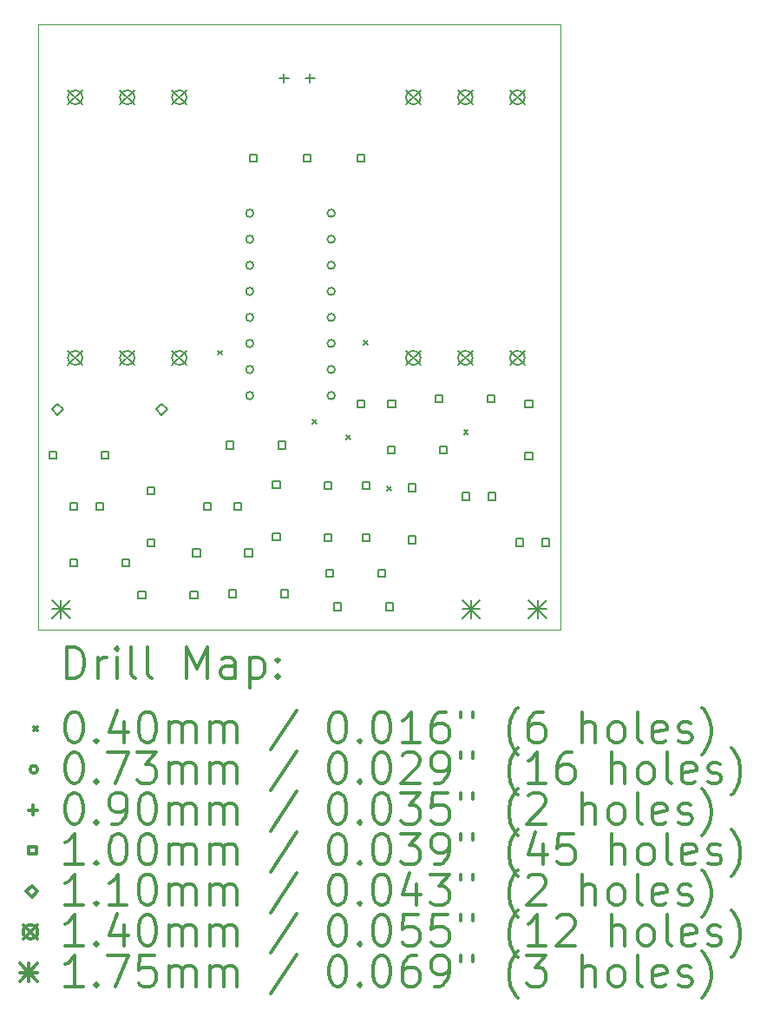
<source format=gbr>
%FSLAX45Y45*%
G04 Gerber Fmt 4.5, Leading zero omitted, Abs format (unit mm)*
G04 Created by KiCad (PCBNEW (5.1.6)-1) date 2021-04-19 00:02:52*
%MOMM*%
%LPD*%
G01*
G04 APERTURE LIST*
%TA.AperFunction,Profile*%
%ADD10C,0.100000*%
%TD*%
%ADD11C,0.200000*%
%ADD12C,0.300000*%
G04 APERTURE END LIST*
D10*
X7400000Y-4500000D02*
X7400000Y-10400000D01*
X2300000Y-4500000D02*
X7400000Y-4500000D01*
X2300000Y-10400000D02*
X2300000Y-4500000D01*
X7400000Y-10400000D02*
X2300000Y-10400000D01*
D11*
X4055000Y-7680000D02*
X4095000Y-7720000D01*
X4095000Y-7680000D02*
X4055000Y-7720000D01*
X4980000Y-8355000D02*
X5020000Y-8395000D01*
X5020000Y-8355000D02*
X4980000Y-8395000D01*
X5305000Y-8505000D02*
X5345000Y-8545000D01*
X5345000Y-8505000D02*
X5305000Y-8545000D01*
X5480000Y-7580000D02*
X5520000Y-7620000D01*
X5520000Y-7580000D02*
X5480000Y-7620000D01*
X5705000Y-9005000D02*
X5745000Y-9045000D01*
X5745000Y-9005000D02*
X5705000Y-9045000D01*
X6455000Y-8455000D02*
X6495000Y-8495000D01*
X6495000Y-8455000D02*
X6455000Y-8495000D01*
X4402500Y-6340000D02*
G75*
G03*
X4402500Y-6340000I-36500J0D01*
G01*
X4402500Y-6594000D02*
G75*
G03*
X4402500Y-6594000I-36500J0D01*
G01*
X4402500Y-6848000D02*
G75*
G03*
X4402500Y-6848000I-36500J0D01*
G01*
X4402500Y-7102000D02*
G75*
G03*
X4402500Y-7102000I-36500J0D01*
G01*
X4402500Y-7356000D02*
G75*
G03*
X4402500Y-7356000I-36500J0D01*
G01*
X4402500Y-7610000D02*
G75*
G03*
X4402500Y-7610000I-36500J0D01*
G01*
X4402500Y-7864000D02*
G75*
G03*
X4402500Y-7864000I-36500J0D01*
G01*
X4402500Y-8118000D02*
G75*
G03*
X4402500Y-8118000I-36500J0D01*
G01*
X5196500Y-6340000D02*
G75*
G03*
X5196500Y-6340000I-36500J0D01*
G01*
X5196500Y-6594000D02*
G75*
G03*
X5196500Y-6594000I-36500J0D01*
G01*
X5196500Y-6848000D02*
G75*
G03*
X5196500Y-6848000I-36500J0D01*
G01*
X5196500Y-7102000D02*
G75*
G03*
X5196500Y-7102000I-36500J0D01*
G01*
X5196500Y-7356000D02*
G75*
G03*
X5196500Y-7356000I-36500J0D01*
G01*
X5196500Y-7610000D02*
G75*
G03*
X5196500Y-7610000I-36500J0D01*
G01*
X5196500Y-7864000D02*
G75*
G03*
X5196500Y-7864000I-36500J0D01*
G01*
X5196500Y-8118000D02*
G75*
G03*
X5196500Y-8118000I-36500J0D01*
G01*
X4700000Y-4980000D02*
X4700000Y-5070000D01*
X4655000Y-5025000D02*
X4745000Y-5025000D01*
X4954000Y-4980000D02*
X4954000Y-5070000D01*
X4909000Y-5025000D02*
X4999000Y-5025000D01*
X5535356Y-9031356D02*
X5535356Y-8960644D01*
X5464644Y-8960644D01*
X5464644Y-9031356D01*
X5535356Y-9031356D01*
X5535356Y-9539356D02*
X5535356Y-9468644D01*
X5464644Y-9468644D01*
X5464644Y-9539356D01*
X5535356Y-9539356D01*
X5985356Y-9052356D02*
X5985356Y-8981644D01*
X5914644Y-8981644D01*
X5914644Y-9052356D01*
X5985356Y-9052356D01*
X5985356Y-9560356D02*
X5985356Y-9489644D01*
X5914644Y-9489644D01*
X5914644Y-9560356D01*
X5985356Y-9560356D01*
X4435356Y-5835356D02*
X4435356Y-5764644D01*
X4364644Y-5764644D01*
X4364644Y-5835356D01*
X4435356Y-5835356D01*
X3435356Y-9081356D02*
X3435356Y-9010644D01*
X3364644Y-9010644D01*
X3364644Y-9081356D01*
X3435356Y-9081356D01*
X3435356Y-9589356D02*
X3435356Y-9518644D01*
X3364644Y-9518644D01*
X3364644Y-9589356D01*
X3435356Y-9589356D01*
X4231356Y-10085356D02*
X4231356Y-10014644D01*
X4160644Y-10014644D01*
X4160644Y-10085356D01*
X4231356Y-10085356D01*
X4739356Y-10085356D02*
X4739356Y-10014644D01*
X4668644Y-10014644D01*
X4668644Y-10085356D01*
X4739356Y-10085356D01*
X2683356Y-9235356D02*
X2683356Y-9164644D01*
X2612644Y-9164644D01*
X2612644Y-9235356D01*
X2683356Y-9235356D01*
X2937356Y-9235356D02*
X2937356Y-9164644D01*
X2866644Y-9164644D01*
X2866644Y-9235356D01*
X2937356Y-9235356D01*
X5181356Y-9885356D02*
X5181356Y-9814644D01*
X5110644Y-9814644D01*
X5110644Y-9885356D01*
X5181356Y-9885356D01*
X5689356Y-9885356D02*
X5689356Y-9814644D01*
X5618644Y-9814644D01*
X5618644Y-9885356D01*
X5689356Y-9885356D01*
X3347356Y-10095356D02*
X3347356Y-10024644D01*
X3276644Y-10024644D01*
X3276644Y-10095356D01*
X3347356Y-10095356D01*
X3855356Y-10095356D02*
X3855356Y-10024644D01*
X3784644Y-10024644D01*
X3784644Y-10095356D01*
X3855356Y-10095356D01*
X6508356Y-9135356D02*
X6508356Y-9064644D01*
X6437644Y-9064644D01*
X6437644Y-9135356D01*
X6508356Y-9135356D01*
X6762356Y-9135356D02*
X6762356Y-9064644D01*
X6691644Y-9064644D01*
X6691644Y-9135356D01*
X6762356Y-9135356D01*
X7033356Y-9585356D02*
X7033356Y-9514644D01*
X6962644Y-9514644D01*
X6962644Y-9585356D01*
X7033356Y-9585356D01*
X7287356Y-9585356D02*
X7287356Y-9514644D01*
X7216644Y-9514644D01*
X7216644Y-9585356D01*
X7287356Y-9585356D01*
X5256356Y-10210356D02*
X5256356Y-10139644D01*
X5185644Y-10139644D01*
X5185644Y-10210356D01*
X5256356Y-10210356D01*
X5764356Y-10210356D02*
X5764356Y-10139644D01*
X5693644Y-10139644D01*
X5693644Y-10210356D01*
X5764356Y-10210356D01*
X5165356Y-9031356D02*
X5165356Y-8960644D01*
X5094644Y-8960644D01*
X5094644Y-9031356D01*
X5165356Y-9031356D01*
X5165356Y-9539356D02*
X5165356Y-9468644D01*
X5094644Y-9468644D01*
X5094644Y-9539356D01*
X5165356Y-9539356D01*
X3881356Y-9685356D02*
X3881356Y-9614644D01*
X3810644Y-9614644D01*
X3810644Y-9685356D01*
X3881356Y-9685356D01*
X4389356Y-9685356D02*
X4389356Y-9614644D01*
X4318644Y-9614644D01*
X4318644Y-9685356D01*
X4389356Y-9685356D01*
X7125356Y-8235356D02*
X7125356Y-8164644D01*
X7054644Y-8164644D01*
X7054644Y-8235356D01*
X7125356Y-8235356D01*
X7125356Y-8743356D02*
X7125356Y-8672644D01*
X7054644Y-8672644D01*
X7054644Y-8743356D01*
X7125356Y-8743356D01*
X4206356Y-8635356D02*
X4206356Y-8564644D01*
X4135644Y-8564644D01*
X4135644Y-8635356D01*
X4206356Y-8635356D01*
X4714356Y-8635356D02*
X4714356Y-8564644D01*
X4643644Y-8564644D01*
X4643644Y-8635356D01*
X4714356Y-8635356D01*
X4660356Y-9021356D02*
X4660356Y-8950644D01*
X4589644Y-8950644D01*
X4589644Y-9021356D01*
X4660356Y-9021356D01*
X4660356Y-9529356D02*
X4660356Y-9458644D01*
X4589644Y-9458644D01*
X4589644Y-9529356D01*
X4660356Y-9529356D01*
X5781356Y-8685356D02*
X5781356Y-8614644D01*
X5710644Y-8614644D01*
X5710644Y-8685356D01*
X5781356Y-8685356D01*
X6289356Y-8685356D02*
X6289356Y-8614644D01*
X6218644Y-8614644D01*
X6218644Y-8685356D01*
X6289356Y-8685356D01*
X3985356Y-9235356D02*
X3985356Y-9164644D01*
X3914644Y-9164644D01*
X3914644Y-9235356D01*
X3985356Y-9235356D01*
X4285356Y-9235356D02*
X4285356Y-9164644D01*
X4214644Y-9164644D01*
X4214644Y-9235356D01*
X4285356Y-9235356D01*
X4960356Y-5835356D02*
X4960356Y-5764644D01*
X4889644Y-5764644D01*
X4889644Y-5835356D01*
X4960356Y-5835356D01*
X2681356Y-9785356D02*
X2681356Y-9714644D01*
X2610644Y-9714644D01*
X2610644Y-9785356D01*
X2681356Y-9785356D01*
X3189356Y-9785356D02*
X3189356Y-9714644D01*
X3118644Y-9714644D01*
X3118644Y-9785356D01*
X3189356Y-9785356D01*
X5485356Y-5835356D02*
X5485356Y-5764644D01*
X5414644Y-5764644D01*
X5414644Y-5835356D01*
X5485356Y-5835356D01*
X6247356Y-8185356D02*
X6247356Y-8114644D01*
X6176644Y-8114644D01*
X6176644Y-8185356D01*
X6247356Y-8185356D01*
X6755356Y-8185356D02*
X6755356Y-8114644D01*
X6684644Y-8114644D01*
X6684644Y-8185356D01*
X6755356Y-8185356D01*
X2481356Y-8735356D02*
X2481356Y-8664644D01*
X2410644Y-8664644D01*
X2410644Y-8735356D01*
X2481356Y-8735356D01*
X2989356Y-8735356D02*
X2989356Y-8664644D01*
X2918644Y-8664644D01*
X2918644Y-8735356D01*
X2989356Y-8735356D01*
X5485356Y-8235356D02*
X5485356Y-8164644D01*
X5414644Y-8164644D01*
X5414644Y-8235356D01*
X5485356Y-8235356D01*
X5785356Y-8235356D02*
X5785356Y-8164644D01*
X5714644Y-8164644D01*
X5714644Y-8235356D01*
X5785356Y-8235356D01*
X2490000Y-8305000D02*
X2545000Y-8250000D01*
X2490000Y-8195000D01*
X2435000Y-8250000D01*
X2490000Y-8305000D01*
X3506000Y-8305000D02*
X3561000Y-8250000D01*
X3506000Y-8195000D01*
X3451000Y-8250000D01*
X3506000Y-8305000D01*
X2592000Y-5140000D02*
X2732000Y-5280000D01*
X2732000Y-5140000D02*
X2592000Y-5280000D01*
X2732000Y-5210000D02*
G75*
G03*
X2732000Y-5210000I-70000J0D01*
G01*
X3100000Y-5140000D02*
X3240000Y-5280000D01*
X3240000Y-5140000D02*
X3100000Y-5280000D01*
X3240000Y-5210000D02*
G75*
G03*
X3240000Y-5210000I-70000J0D01*
G01*
X3608000Y-5140000D02*
X3748000Y-5280000D01*
X3748000Y-5140000D02*
X3608000Y-5280000D01*
X3748000Y-5210000D02*
G75*
G03*
X3748000Y-5210000I-70000J0D01*
G01*
X5892000Y-7680000D02*
X6032000Y-7820000D01*
X6032000Y-7680000D02*
X5892000Y-7820000D01*
X6032000Y-7750000D02*
G75*
G03*
X6032000Y-7750000I-70000J0D01*
G01*
X6400000Y-7680000D02*
X6540000Y-7820000D01*
X6540000Y-7680000D02*
X6400000Y-7820000D01*
X6540000Y-7750000D02*
G75*
G03*
X6540000Y-7750000I-70000J0D01*
G01*
X6908000Y-7680000D02*
X7048000Y-7820000D01*
X7048000Y-7680000D02*
X6908000Y-7820000D01*
X7048000Y-7750000D02*
G75*
G03*
X7048000Y-7750000I-70000J0D01*
G01*
X2592000Y-7680000D02*
X2732000Y-7820000D01*
X2732000Y-7680000D02*
X2592000Y-7820000D01*
X2732000Y-7750000D02*
G75*
G03*
X2732000Y-7750000I-70000J0D01*
G01*
X3100000Y-7680000D02*
X3240000Y-7820000D01*
X3240000Y-7680000D02*
X3100000Y-7820000D01*
X3240000Y-7750000D02*
G75*
G03*
X3240000Y-7750000I-70000J0D01*
G01*
X3608000Y-7680000D02*
X3748000Y-7820000D01*
X3748000Y-7680000D02*
X3608000Y-7820000D01*
X3748000Y-7750000D02*
G75*
G03*
X3748000Y-7750000I-70000J0D01*
G01*
X5892000Y-5140000D02*
X6032000Y-5280000D01*
X6032000Y-5140000D02*
X5892000Y-5280000D01*
X6032000Y-5210000D02*
G75*
G03*
X6032000Y-5210000I-70000J0D01*
G01*
X6400000Y-5140000D02*
X6540000Y-5280000D01*
X6540000Y-5140000D02*
X6400000Y-5280000D01*
X6540000Y-5210000D02*
G75*
G03*
X6540000Y-5210000I-70000J0D01*
G01*
X6908000Y-5140000D02*
X7048000Y-5280000D01*
X7048000Y-5140000D02*
X6908000Y-5280000D01*
X7048000Y-5210000D02*
G75*
G03*
X7048000Y-5210000I-70000J0D01*
G01*
X2437500Y-10112500D02*
X2612500Y-10287500D01*
X2612500Y-10112500D02*
X2437500Y-10287500D01*
X2525000Y-10112500D02*
X2525000Y-10287500D01*
X2437500Y-10200000D02*
X2612500Y-10200000D01*
X7087500Y-10112500D02*
X7262500Y-10287500D01*
X7262500Y-10112500D02*
X7087500Y-10287500D01*
X7175000Y-10112500D02*
X7175000Y-10287500D01*
X7087500Y-10200000D02*
X7262500Y-10200000D01*
X6437500Y-10112500D02*
X6612500Y-10287500D01*
X6612500Y-10112500D02*
X6437500Y-10287500D01*
X6525000Y-10112500D02*
X6525000Y-10287500D01*
X6437500Y-10200000D02*
X6612500Y-10200000D01*
D12*
X2581428Y-10870714D02*
X2581428Y-10570714D01*
X2652857Y-10570714D01*
X2695714Y-10585000D01*
X2724286Y-10613572D01*
X2738571Y-10642143D01*
X2752857Y-10699286D01*
X2752857Y-10742143D01*
X2738571Y-10799286D01*
X2724286Y-10827857D01*
X2695714Y-10856429D01*
X2652857Y-10870714D01*
X2581428Y-10870714D01*
X2881428Y-10870714D02*
X2881428Y-10670714D01*
X2881428Y-10727857D02*
X2895714Y-10699286D01*
X2910000Y-10685000D01*
X2938571Y-10670714D01*
X2967143Y-10670714D01*
X3067143Y-10870714D02*
X3067143Y-10670714D01*
X3067143Y-10570714D02*
X3052857Y-10585000D01*
X3067143Y-10599286D01*
X3081428Y-10585000D01*
X3067143Y-10570714D01*
X3067143Y-10599286D01*
X3252857Y-10870714D02*
X3224286Y-10856429D01*
X3210000Y-10827857D01*
X3210000Y-10570714D01*
X3410000Y-10870714D02*
X3381428Y-10856429D01*
X3367143Y-10827857D01*
X3367143Y-10570714D01*
X3752857Y-10870714D02*
X3752857Y-10570714D01*
X3852857Y-10785000D01*
X3952857Y-10570714D01*
X3952857Y-10870714D01*
X4224286Y-10870714D02*
X4224286Y-10713572D01*
X4210000Y-10685000D01*
X4181428Y-10670714D01*
X4124286Y-10670714D01*
X4095714Y-10685000D01*
X4224286Y-10856429D02*
X4195714Y-10870714D01*
X4124286Y-10870714D01*
X4095714Y-10856429D01*
X4081428Y-10827857D01*
X4081428Y-10799286D01*
X4095714Y-10770714D01*
X4124286Y-10756429D01*
X4195714Y-10756429D01*
X4224286Y-10742143D01*
X4367143Y-10670714D02*
X4367143Y-10970714D01*
X4367143Y-10685000D02*
X4395714Y-10670714D01*
X4452857Y-10670714D01*
X4481428Y-10685000D01*
X4495714Y-10699286D01*
X4510000Y-10727857D01*
X4510000Y-10813572D01*
X4495714Y-10842143D01*
X4481428Y-10856429D01*
X4452857Y-10870714D01*
X4395714Y-10870714D01*
X4367143Y-10856429D01*
X4638571Y-10842143D02*
X4652857Y-10856429D01*
X4638571Y-10870714D01*
X4624286Y-10856429D01*
X4638571Y-10842143D01*
X4638571Y-10870714D01*
X4638571Y-10685000D02*
X4652857Y-10699286D01*
X4638571Y-10713572D01*
X4624286Y-10699286D01*
X4638571Y-10685000D01*
X4638571Y-10713572D01*
X2255000Y-11345000D02*
X2295000Y-11385000D01*
X2295000Y-11345000D02*
X2255000Y-11385000D01*
X2638571Y-11200714D02*
X2667143Y-11200714D01*
X2695714Y-11215000D01*
X2710000Y-11229286D01*
X2724286Y-11257857D01*
X2738571Y-11315000D01*
X2738571Y-11386429D01*
X2724286Y-11443571D01*
X2710000Y-11472143D01*
X2695714Y-11486429D01*
X2667143Y-11500714D01*
X2638571Y-11500714D01*
X2610000Y-11486429D01*
X2595714Y-11472143D01*
X2581428Y-11443571D01*
X2567143Y-11386429D01*
X2567143Y-11315000D01*
X2581428Y-11257857D01*
X2595714Y-11229286D01*
X2610000Y-11215000D01*
X2638571Y-11200714D01*
X2867143Y-11472143D02*
X2881428Y-11486429D01*
X2867143Y-11500714D01*
X2852857Y-11486429D01*
X2867143Y-11472143D01*
X2867143Y-11500714D01*
X3138571Y-11300714D02*
X3138571Y-11500714D01*
X3067143Y-11186429D02*
X2995714Y-11400714D01*
X3181428Y-11400714D01*
X3352857Y-11200714D02*
X3381428Y-11200714D01*
X3410000Y-11215000D01*
X3424286Y-11229286D01*
X3438571Y-11257857D01*
X3452857Y-11315000D01*
X3452857Y-11386429D01*
X3438571Y-11443571D01*
X3424286Y-11472143D01*
X3410000Y-11486429D01*
X3381428Y-11500714D01*
X3352857Y-11500714D01*
X3324286Y-11486429D01*
X3310000Y-11472143D01*
X3295714Y-11443571D01*
X3281428Y-11386429D01*
X3281428Y-11315000D01*
X3295714Y-11257857D01*
X3310000Y-11229286D01*
X3324286Y-11215000D01*
X3352857Y-11200714D01*
X3581428Y-11500714D02*
X3581428Y-11300714D01*
X3581428Y-11329286D02*
X3595714Y-11315000D01*
X3624286Y-11300714D01*
X3667143Y-11300714D01*
X3695714Y-11315000D01*
X3710000Y-11343571D01*
X3710000Y-11500714D01*
X3710000Y-11343571D02*
X3724286Y-11315000D01*
X3752857Y-11300714D01*
X3795714Y-11300714D01*
X3824286Y-11315000D01*
X3838571Y-11343571D01*
X3838571Y-11500714D01*
X3981428Y-11500714D02*
X3981428Y-11300714D01*
X3981428Y-11329286D02*
X3995714Y-11315000D01*
X4024286Y-11300714D01*
X4067143Y-11300714D01*
X4095714Y-11315000D01*
X4110000Y-11343571D01*
X4110000Y-11500714D01*
X4110000Y-11343571D02*
X4124286Y-11315000D01*
X4152857Y-11300714D01*
X4195714Y-11300714D01*
X4224286Y-11315000D01*
X4238571Y-11343571D01*
X4238571Y-11500714D01*
X4824286Y-11186429D02*
X4567143Y-11572143D01*
X5210000Y-11200714D02*
X5238571Y-11200714D01*
X5267143Y-11215000D01*
X5281428Y-11229286D01*
X5295714Y-11257857D01*
X5310000Y-11315000D01*
X5310000Y-11386429D01*
X5295714Y-11443571D01*
X5281428Y-11472143D01*
X5267143Y-11486429D01*
X5238571Y-11500714D01*
X5210000Y-11500714D01*
X5181428Y-11486429D01*
X5167143Y-11472143D01*
X5152857Y-11443571D01*
X5138571Y-11386429D01*
X5138571Y-11315000D01*
X5152857Y-11257857D01*
X5167143Y-11229286D01*
X5181428Y-11215000D01*
X5210000Y-11200714D01*
X5438571Y-11472143D02*
X5452857Y-11486429D01*
X5438571Y-11500714D01*
X5424286Y-11486429D01*
X5438571Y-11472143D01*
X5438571Y-11500714D01*
X5638571Y-11200714D02*
X5667143Y-11200714D01*
X5695714Y-11215000D01*
X5710000Y-11229286D01*
X5724286Y-11257857D01*
X5738571Y-11315000D01*
X5738571Y-11386429D01*
X5724286Y-11443571D01*
X5710000Y-11472143D01*
X5695714Y-11486429D01*
X5667143Y-11500714D01*
X5638571Y-11500714D01*
X5610000Y-11486429D01*
X5595714Y-11472143D01*
X5581428Y-11443571D01*
X5567143Y-11386429D01*
X5567143Y-11315000D01*
X5581428Y-11257857D01*
X5595714Y-11229286D01*
X5610000Y-11215000D01*
X5638571Y-11200714D01*
X6024286Y-11500714D02*
X5852857Y-11500714D01*
X5938571Y-11500714D02*
X5938571Y-11200714D01*
X5910000Y-11243571D01*
X5881428Y-11272143D01*
X5852857Y-11286429D01*
X6281428Y-11200714D02*
X6224286Y-11200714D01*
X6195714Y-11215000D01*
X6181428Y-11229286D01*
X6152857Y-11272143D01*
X6138571Y-11329286D01*
X6138571Y-11443571D01*
X6152857Y-11472143D01*
X6167143Y-11486429D01*
X6195714Y-11500714D01*
X6252857Y-11500714D01*
X6281428Y-11486429D01*
X6295714Y-11472143D01*
X6310000Y-11443571D01*
X6310000Y-11372143D01*
X6295714Y-11343571D01*
X6281428Y-11329286D01*
X6252857Y-11315000D01*
X6195714Y-11315000D01*
X6167143Y-11329286D01*
X6152857Y-11343571D01*
X6138571Y-11372143D01*
X6424286Y-11200714D02*
X6424286Y-11257857D01*
X6538571Y-11200714D02*
X6538571Y-11257857D01*
X6981428Y-11615000D02*
X6967143Y-11600714D01*
X6938571Y-11557857D01*
X6924286Y-11529286D01*
X6910000Y-11486429D01*
X6895714Y-11415000D01*
X6895714Y-11357857D01*
X6910000Y-11286429D01*
X6924286Y-11243571D01*
X6938571Y-11215000D01*
X6967143Y-11172143D01*
X6981428Y-11157857D01*
X7224286Y-11200714D02*
X7167143Y-11200714D01*
X7138571Y-11215000D01*
X7124286Y-11229286D01*
X7095714Y-11272143D01*
X7081428Y-11329286D01*
X7081428Y-11443571D01*
X7095714Y-11472143D01*
X7110000Y-11486429D01*
X7138571Y-11500714D01*
X7195714Y-11500714D01*
X7224286Y-11486429D01*
X7238571Y-11472143D01*
X7252857Y-11443571D01*
X7252857Y-11372143D01*
X7238571Y-11343571D01*
X7224286Y-11329286D01*
X7195714Y-11315000D01*
X7138571Y-11315000D01*
X7110000Y-11329286D01*
X7095714Y-11343571D01*
X7081428Y-11372143D01*
X7610000Y-11500714D02*
X7610000Y-11200714D01*
X7738571Y-11500714D02*
X7738571Y-11343571D01*
X7724286Y-11315000D01*
X7695714Y-11300714D01*
X7652857Y-11300714D01*
X7624286Y-11315000D01*
X7610000Y-11329286D01*
X7924286Y-11500714D02*
X7895714Y-11486429D01*
X7881428Y-11472143D01*
X7867143Y-11443571D01*
X7867143Y-11357857D01*
X7881428Y-11329286D01*
X7895714Y-11315000D01*
X7924286Y-11300714D01*
X7967143Y-11300714D01*
X7995714Y-11315000D01*
X8010000Y-11329286D01*
X8024286Y-11357857D01*
X8024286Y-11443571D01*
X8010000Y-11472143D01*
X7995714Y-11486429D01*
X7967143Y-11500714D01*
X7924286Y-11500714D01*
X8195714Y-11500714D02*
X8167143Y-11486429D01*
X8152857Y-11457857D01*
X8152857Y-11200714D01*
X8424286Y-11486429D02*
X8395714Y-11500714D01*
X8338571Y-11500714D01*
X8310000Y-11486429D01*
X8295714Y-11457857D01*
X8295714Y-11343571D01*
X8310000Y-11315000D01*
X8338571Y-11300714D01*
X8395714Y-11300714D01*
X8424286Y-11315000D01*
X8438571Y-11343571D01*
X8438571Y-11372143D01*
X8295714Y-11400714D01*
X8552857Y-11486429D02*
X8581428Y-11500714D01*
X8638571Y-11500714D01*
X8667143Y-11486429D01*
X8681428Y-11457857D01*
X8681428Y-11443571D01*
X8667143Y-11415000D01*
X8638571Y-11400714D01*
X8595714Y-11400714D01*
X8567143Y-11386429D01*
X8552857Y-11357857D01*
X8552857Y-11343571D01*
X8567143Y-11315000D01*
X8595714Y-11300714D01*
X8638571Y-11300714D01*
X8667143Y-11315000D01*
X8781428Y-11615000D02*
X8795714Y-11600714D01*
X8824286Y-11557857D01*
X8838571Y-11529286D01*
X8852857Y-11486429D01*
X8867143Y-11415000D01*
X8867143Y-11357857D01*
X8852857Y-11286429D01*
X8838571Y-11243571D01*
X8824286Y-11215000D01*
X8795714Y-11172143D01*
X8781428Y-11157857D01*
X2295000Y-11761000D02*
G75*
G03*
X2295000Y-11761000I-36500J0D01*
G01*
X2638571Y-11596714D02*
X2667143Y-11596714D01*
X2695714Y-11611000D01*
X2710000Y-11625286D01*
X2724286Y-11653857D01*
X2738571Y-11711000D01*
X2738571Y-11782429D01*
X2724286Y-11839571D01*
X2710000Y-11868143D01*
X2695714Y-11882429D01*
X2667143Y-11896714D01*
X2638571Y-11896714D01*
X2610000Y-11882429D01*
X2595714Y-11868143D01*
X2581428Y-11839571D01*
X2567143Y-11782429D01*
X2567143Y-11711000D01*
X2581428Y-11653857D01*
X2595714Y-11625286D01*
X2610000Y-11611000D01*
X2638571Y-11596714D01*
X2867143Y-11868143D02*
X2881428Y-11882429D01*
X2867143Y-11896714D01*
X2852857Y-11882429D01*
X2867143Y-11868143D01*
X2867143Y-11896714D01*
X2981428Y-11596714D02*
X3181428Y-11596714D01*
X3052857Y-11896714D01*
X3267143Y-11596714D02*
X3452857Y-11596714D01*
X3352857Y-11711000D01*
X3395714Y-11711000D01*
X3424286Y-11725286D01*
X3438571Y-11739571D01*
X3452857Y-11768143D01*
X3452857Y-11839571D01*
X3438571Y-11868143D01*
X3424286Y-11882429D01*
X3395714Y-11896714D01*
X3310000Y-11896714D01*
X3281428Y-11882429D01*
X3267143Y-11868143D01*
X3581428Y-11896714D02*
X3581428Y-11696714D01*
X3581428Y-11725286D02*
X3595714Y-11711000D01*
X3624286Y-11696714D01*
X3667143Y-11696714D01*
X3695714Y-11711000D01*
X3710000Y-11739571D01*
X3710000Y-11896714D01*
X3710000Y-11739571D02*
X3724286Y-11711000D01*
X3752857Y-11696714D01*
X3795714Y-11696714D01*
X3824286Y-11711000D01*
X3838571Y-11739571D01*
X3838571Y-11896714D01*
X3981428Y-11896714D02*
X3981428Y-11696714D01*
X3981428Y-11725286D02*
X3995714Y-11711000D01*
X4024286Y-11696714D01*
X4067143Y-11696714D01*
X4095714Y-11711000D01*
X4110000Y-11739571D01*
X4110000Y-11896714D01*
X4110000Y-11739571D02*
X4124286Y-11711000D01*
X4152857Y-11696714D01*
X4195714Y-11696714D01*
X4224286Y-11711000D01*
X4238571Y-11739571D01*
X4238571Y-11896714D01*
X4824286Y-11582429D02*
X4567143Y-11968143D01*
X5210000Y-11596714D02*
X5238571Y-11596714D01*
X5267143Y-11611000D01*
X5281428Y-11625286D01*
X5295714Y-11653857D01*
X5310000Y-11711000D01*
X5310000Y-11782429D01*
X5295714Y-11839571D01*
X5281428Y-11868143D01*
X5267143Y-11882429D01*
X5238571Y-11896714D01*
X5210000Y-11896714D01*
X5181428Y-11882429D01*
X5167143Y-11868143D01*
X5152857Y-11839571D01*
X5138571Y-11782429D01*
X5138571Y-11711000D01*
X5152857Y-11653857D01*
X5167143Y-11625286D01*
X5181428Y-11611000D01*
X5210000Y-11596714D01*
X5438571Y-11868143D02*
X5452857Y-11882429D01*
X5438571Y-11896714D01*
X5424286Y-11882429D01*
X5438571Y-11868143D01*
X5438571Y-11896714D01*
X5638571Y-11596714D02*
X5667143Y-11596714D01*
X5695714Y-11611000D01*
X5710000Y-11625286D01*
X5724286Y-11653857D01*
X5738571Y-11711000D01*
X5738571Y-11782429D01*
X5724286Y-11839571D01*
X5710000Y-11868143D01*
X5695714Y-11882429D01*
X5667143Y-11896714D01*
X5638571Y-11896714D01*
X5610000Y-11882429D01*
X5595714Y-11868143D01*
X5581428Y-11839571D01*
X5567143Y-11782429D01*
X5567143Y-11711000D01*
X5581428Y-11653857D01*
X5595714Y-11625286D01*
X5610000Y-11611000D01*
X5638571Y-11596714D01*
X5852857Y-11625286D02*
X5867143Y-11611000D01*
X5895714Y-11596714D01*
X5967143Y-11596714D01*
X5995714Y-11611000D01*
X6010000Y-11625286D01*
X6024286Y-11653857D01*
X6024286Y-11682429D01*
X6010000Y-11725286D01*
X5838571Y-11896714D01*
X6024286Y-11896714D01*
X6167143Y-11896714D02*
X6224286Y-11896714D01*
X6252857Y-11882429D01*
X6267143Y-11868143D01*
X6295714Y-11825286D01*
X6310000Y-11768143D01*
X6310000Y-11653857D01*
X6295714Y-11625286D01*
X6281428Y-11611000D01*
X6252857Y-11596714D01*
X6195714Y-11596714D01*
X6167143Y-11611000D01*
X6152857Y-11625286D01*
X6138571Y-11653857D01*
X6138571Y-11725286D01*
X6152857Y-11753857D01*
X6167143Y-11768143D01*
X6195714Y-11782429D01*
X6252857Y-11782429D01*
X6281428Y-11768143D01*
X6295714Y-11753857D01*
X6310000Y-11725286D01*
X6424286Y-11596714D02*
X6424286Y-11653857D01*
X6538571Y-11596714D02*
X6538571Y-11653857D01*
X6981428Y-12011000D02*
X6967143Y-11996714D01*
X6938571Y-11953857D01*
X6924286Y-11925286D01*
X6910000Y-11882429D01*
X6895714Y-11811000D01*
X6895714Y-11753857D01*
X6910000Y-11682429D01*
X6924286Y-11639571D01*
X6938571Y-11611000D01*
X6967143Y-11568143D01*
X6981428Y-11553857D01*
X7252857Y-11896714D02*
X7081428Y-11896714D01*
X7167143Y-11896714D02*
X7167143Y-11596714D01*
X7138571Y-11639571D01*
X7110000Y-11668143D01*
X7081428Y-11682429D01*
X7510000Y-11596714D02*
X7452857Y-11596714D01*
X7424286Y-11611000D01*
X7410000Y-11625286D01*
X7381428Y-11668143D01*
X7367143Y-11725286D01*
X7367143Y-11839571D01*
X7381428Y-11868143D01*
X7395714Y-11882429D01*
X7424286Y-11896714D01*
X7481428Y-11896714D01*
X7510000Y-11882429D01*
X7524286Y-11868143D01*
X7538571Y-11839571D01*
X7538571Y-11768143D01*
X7524286Y-11739571D01*
X7510000Y-11725286D01*
X7481428Y-11711000D01*
X7424286Y-11711000D01*
X7395714Y-11725286D01*
X7381428Y-11739571D01*
X7367143Y-11768143D01*
X7895714Y-11896714D02*
X7895714Y-11596714D01*
X8024286Y-11896714D02*
X8024286Y-11739571D01*
X8010000Y-11711000D01*
X7981428Y-11696714D01*
X7938571Y-11696714D01*
X7910000Y-11711000D01*
X7895714Y-11725286D01*
X8210000Y-11896714D02*
X8181428Y-11882429D01*
X8167143Y-11868143D01*
X8152857Y-11839571D01*
X8152857Y-11753857D01*
X8167143Y-11725286D01*
X8181428Y-11711000D01*
X8210000Y-11696714D01*
X8252857Y-11696714D01*
X8281428Y-11711000D01*
X8295714Y-11725286D01*
X8310000Y-11753857D01*
X8310000Y-11839571D01*
X8295714Y-11868143D01*
X8281428Y-11882429D01*
X8252857Y-11896714D01*
X8210000Y-11896714D01*
X8481428Y-11896714D02*
X8452857Y-11882429D01*
X8438571Y-11853857D01*
X8438571Y-11596714D01*
X8710000Y-11882429D02*
X8681428Y-11896714D01*
X8624286Y-11896714D01*
X8595714Y-11882429D01*
X8581428Y-11853857D01*
X8581428Y-11739571D01*
X8595714Y-11711000D01*
X8624286Y-11696714D01*
X8681428Y-11696714D01*
X8710000Y-11711000D01*
X8724286Y-11739571D01*
X8724286Y-11768143D01*
X8581428Y-11796714D01*
X8838571Y-11882429D02*
X8867143Y-11896714D01*
X8924286Y-11896714D01*
X8952857Y-11882429D01*
X8967143Y-11853857D01*
X8967143Y-11839571D01*
X8952857Y-11811000D01*
X8924286Y-11796714D01*
X8881428Y-11796714D01*
X8852857Y-11782429D01*
X8838571Y-11753857D01*
X8838571Y-11739571D01*
X8852857Y-11711000D01*
X8881428Y-11696714D01*
X8924286Y-11696714D01*
X8952857Y-11711000D01*
X9067143Y-12011000D02*
X9081428Y-11996714D01*
X9110000Y-11953857D01*
X9124286Y-11925286D01*
X9138571Y-11882429D01*
X9152857Y-11811000D01*
X9152857Y-11753857D01*
X9138571Y-11682429D01*
X9124286Y-11639571D01*
X9110000Y-11611000D01*
X9081428Y-11568143D01*
X9067143Y-11553857D01*
X2250000Y-12112000D02*
X2250000Y-12202000D01*
X2205000Y-12157000D02*
X2295000Y-12157000D01*
X2638571Y-11992714D02*
X2667143Y-11992714D01*
X2695714Y-12007000D01*
X2710000Y-12021286D01*
X2724286Y-12049857D01*
X2738571Y-12107000D01*
X2738571Y-12178429D01*
X2724286Y-12235571D01*
X2710000Y-12264143D01*
X2695714Y-12278429D01*
X2667143Y-12292714D01*
X2638571Y-12292714D01*
X2610000Y-12278429D01*
X2595714Y-12264143D01*
X2581428Y-12235571D01*
X2567143Y-12178429D01*
X2567143Y-12107000D01*
X2581428Y-12049857D01*
X2595714Y-12021286D01*
X2610000Y-12007000D01*
X2638571Y-11992714D01*
X2867143Y-12264143D02*
X2881428Y-12278429D01*
X2867143Y-12292714D01*
X2852857Y-12278429D01*
X2867143Y-12264143D01*
X2867143Y-12292714D01*
X3024286Y-12292714D02*
X3081428Y-12292714D01*
X3110000Y-12278429D01*
X3124286Y-12264143D01*
X3152857Y-12221286D01*
X3167143Y-12164143D01*
X3167143Y-12049857D01*
X3152857Y-12021286D01*
X3138571Y-12007000D01*
X3110000Y-11992714D01*
X3052857Y-11992714D01*
X3024286Y-12007000D01*
X3010000Y-12021286D01*
X2995714Y-12049857D01*
X2995714Y-12121286D01*
X3010000Y-12149857D01*
X3024286Y-12164143D01*
X3052857Y-12178429D01*
X3110000Y-12178429D01*
X3138571Y-12164143D01*
X3152857Y-12149857D01*
X3167143Y-12121286D01*
X3352857Y-11992714D02*
X3381428Y-11992714D01*
X3410000Y-12007000D01*
X3424286Y-12021286D01*
X3438571Y-12049857D01*
X3452857Y-12107000D01*
X3452857Y-12178429D01*
X3438571Y-12235571D01*
X3424286Y-12264143D01*
X3410000Y-12278429D01*
X3381428Y-12292714D01*
X3352857Y-12292714D01*
X3324286Y-12278429D01*
X3310000Y-12264143D01*
X3295714Y-12235571D01*
X3281428Y-12178429D01*
X3281428Y-12107000D01*
X3295714Y-12049857D01*
X3310000Y-12021286D01*
X3324286Y-12007000D01*
X3352857Y-11992714D01*
X3581428Y-12292714D02*
X3581428Y-12092714D01*
X3581428Y-12121286D02*
X3595714Y-12107000D01*
X3624286Y-12092714D01*
X3667143Y-12092714D01*
X3695714Y-12107000D01*
X3710000Y-12135571D01*
X3710000Y-12292714D01*
X3710000Y-12135571D02*
X3724286Y-12107000D01*
X3752857Y-12092714D01*
X3795714Y-12092714D01*
X3824286Y-12107000D01*
X3838571Y-12135571D01*
X3838571Y-12292714D01*
X3981428Y-12292714D02*
X3981428Y-12092714D01*
X3981428Y-12121286D02*
X3995714Y-12107000D01*
X4024286Y-12092714D01*
X4067143Y-12092714D01*
X4095714Y-12107000D01*
X4110000Y-12135571D01*
X4110000Y-12292714D01*
X4110000Y-12135571D02*
X4124286Y-12107000D01*
X4152857Y-12092714D01*
X4195714Y-12092714D01*
X4224286Y-12107000D01*
X4238571Y-12135571D01*
X4238571Y-12292714D01*
X4824286Y-11978429D02*
X4567143Y-12364143D01*
X5210000Y-11992714D02*
X5238571Y-11992714D01*
X5267143Y-12007000D01*
X5281428Y-12021286D01*
X5295714Y-12049857D01*
X5310000Y-12107000D01*
X5310000Y-12178429D01*
X5295714Y-12235571D01*
X5281428Y-12264143D01*
X5267143Y-12278429D01*
X5238571Y-12292714D01*
X5210000Y-12292714D01*
X5181428Y-12278429D01*
X5167143Y-12264143D01*
X5152857Y-12235571D01*
X5138571Y-12178429D01*
X5138571Y-12107000D01*
X5152857Y-12049857D01*
X5167143Y-12021286D01*
X5181428Y-12007000D01*
X5210000Y-11992714D01*
X5438571Y-12264143D02*
X5452857Y-12278429D01*
X5438571Y-12292714D01*
X5424286Y-12278429D01*
X5438571Y-12264143D01*
X5438571Y-12292714D01*
X5638571Y-11992714D02*
X5667143Y-11992714D01*
X5695714Y-12007000D01*
X5710000Y-12021286D01*
X5724286Y-12049857D01*
X5738571Y-12107000D01*
X5738571Y-12178429D01*
X5724286Y-12235571D01*
X5710000Y-12264143D01*
X5695714Y-12278429D01*
X5667143Y-12292714D01*
X5638571Y-12292714D01*
X5610000Y-12278429D01*
X5595714Y-12264143D01*
X5581428Y-12235571D01*
X5567143Y-12178429D01*
X5567143Y-12107000D01*
X5581428Y-12049857D01*
X5595714Y-12021286D01*
X5610000Y-12007000D01*
X5638571Y-11992714D01*
X5838571Y-11992714D02*
X6024286Y-11992714D01*
X5924286Y-12107000D01*
X5967143Y-12107000D01*
X5995714Y-12121286D01*
X6010000Y-12135571D01*
X6024286Y-12164143D01*
X6024286Y-12235571D01*
X6010000Y-12264143D01*
X5995714Y-12278429D01*
X5967143Y-12292714D01*
X5881428Y-12292714D01*
X5852857Y-12278429D01*
X5838571Y-12264143D01*
X6295714Y-11992714D02*
X6152857Y-11992714D01*
X6138571Y-12135571D01*
X6152857Y-12121286D01*
X6181428Y-12107000D01*
X6252857Y-12107000D01*
X6281428Y-12121286D01*
X6295714Y-12135571D01*
X6310000Y-12164143D01*
X6310000Y-12235571D01*
X6295714Y-12264143D01*
X6281428Y-12278429D01*
X6252857Y-12292714D01*
X6181428Y-12292714D01*
X6152857Y-12278429D01*
X6138571Y-12264143D01*
X6424286Y-11992714D02*
X6424286Y-12049857D01*
X6538571Y-11992714D02*
X6538571Y-12049857D01*
X6981428Y-12407000D02*
X6967143Y-12392714D01*
X6938571Y-12349857D01*
X6924286Y-12321286D01*
X6910000Y-12278429D01*
X6895714Y-12207000D01*
X6895714Y-12149857D01*
X6910000Y-12078429D01*
X6924286Y-12035571D01*
X6938571Y-12007000D01*
X6967143Y-11964143D01*
X6981428Y-11949857D01*
X7081428Y-12021286D02*
X7095714Y-12007000D01*
X7124286Y-11992714D01*
X7195714Y-11992714D01*
X7224286Y-12007000D01*
X7238571Y-12021286D01*
X7252857Y-12049857D01*
X7252857Y-12078429D01*
X7238571Y-12121286D01*
X7067143Y-12292714D01*
X7252857Y-12292714D01*
X7610000Y-12292714D02*
X7610000Y-11992714D01*
X7738571Y-12292714D02*
X7738571Y-12135571D01*
X7724286Y-12107000D01*
X7695714Y-12092714D01*
X7652857Y-12092714D01*
X7624286Y-12107000D01*
X7610000Y-12121286D01*
X7924286Y-12292714D02*
X7895714Y-12278429D01*
X7881428Y-12264143D01*
X7867143Y-12235571D01*
X7867143Y-12149857D01*
X7881428Y-12121286D01*
X7895714Y-12107000D01*
X7924286Y-12092714D01*
X7967143Y-12092714D01*
X7995714Y-12107000D01*
X8010000Y-12121286D01*
X8024286Y-12149857D01*
X8024286Y-12235571D01*
X8010000Y-12264143D01*
X7995714Y-12278429D01*
X7967143Y-12292714D01*
X7924286Y-12292714D01*
X8195714Y-12292714D02*
X8167143Y-12278429D01*
X8152857Y-12249857D01*
X8152857Y-11992714D01*
X8424286Y-12278429D02*
X8395714Y-12292714D01*
X8338571Y-12292714D01*
X8310000Y-12278429D01*
X8295714Y-12249857D01*
X8295714Y-12135571D01*
X8310000Y-12107000D01*
X8338571Y-12092714D01*
X8395714Y-12092714D01*
X8424286Y-12107000D01*
X8438571Y-12135571D01*
X8438571Y-12164143D01*
X8295714Y-12192714D01*
X8552857Y-12278429D02*
X8581428Y-12292714D01*
X8638571Y-12292714D01*
X8667143Y-12278429D01*
X8681428Y-12249857D01*
X8681428Y-12235571D01*
X8667143Y-12207000D01*
X8638571Y-12192714D01*
X8595714Y-12192714D01*
X8567143Y-12178429D01*
X8552857Y-12149857D01*
X8552857Y-12135571D01*
X8567143Y-12107000D01*
X8595714Y-12092714D01*
X8638571Y-12092714D01*
X8667143Y-12107000D01*
X8781428Y-12407000D02*
X8795714Y-12392714D01*
X8824286Y-12349857D01*
X8838571Y-12321286D01*
X8852857Y-12278429D01*
X8867143Y-12207000D01*
X8867143Y-12149857D01*
X8852857Y-12078429D01*
X8838571Y-12035571D01*
X8824286Y-12007000D01*
X8795714Y-11964143D01*
X8781428Y-11949857D01*
X2280356Y-12588356D02*
X2280356Y-12517644D01*
X2209644Y-12517644D01*
X2209644Y-12588356D01*
X2280356Y-12588356D01*
X2738571Y-12688714D02*
X2567143Y-12688714D01*
X2652857Y-12688714D02*
X2652857Y-12388714D01*
X2624286Y-12431571D01*
X2595714Y-12460143D01*
X2567143Y-12474429D01*
X2867143Y-12660143D02*
X2881428Y-12674429D01*
X2867143Y-12688714D01*
X2852857Y-12674429D01*
X2867143Y-12660143D01*
X2867143Y-12688714D01*
X3067143Y-12388714D02*
X3095714Y-12388714D01*
X3124286Y-12403000D01*
X3138571Y-12417286D01*
X3152857Y-12445857D01*
X3167143Y-12503000D01*
X3167143Y-12574429D01*
X3152857Y-12631571D01*
X3138571Y-12660143D01*
X3124286Y-12674429D01*
X3095714Y-12688714D01*
X3067143Y-12688714D01*
X3038571Y-12674429D01*
X3024286Y-12660143D01*
X3010000Y-12631571D01*
X2995714Y-12574429D01*
X2995714Y-12503000D01*
X3010000Y-12445857D01*
X3024286Y-12417286D01*
X3038571Y-12403000D01*
X3067143Y-12388714D01*
X3352857Y-12388714D02*
X3381428Y-12388714D01*
X3410000Y-12403000D01*
X3424286Y-12417286D01*
X3438571Y-12445857D01*
X3452857Y-12503000D01*
X3452857Y-12574429D01*
X3438571Y-12631571D01*
X3424286Y-12660143D01*
X3410000Y-12674429D01*
X3381428Y-12688714D01*
X3352857Y-12688714D01*
X3324286Y-12674429D01*
X3310000Y-12660143D01*
X3295714Y-12631571D01*
X3281428Y-12574429D01*
X3281428Y-12503000D01*
X3295714Y-12445857D01*
X3310000Y-12417286D01*
X3324286Y-12403000D01*
X3352857Y-12388714D01*
X3581428Y-12688714D02*
X3581428Y-12488714D01*
X3581428Y-12517286D02*
X3595714Y-12503000D01*
X3624286Y-12488714D01*
X3667143Y-12488714D01*
X3695714Y-12503000D01*
X3710000Y-12531571D01*
X3710000Y-12688714D01*
X3710000Y-12531571D02*
X3724286Y-12503000D01*
X3752857Y-12488714D01*
X3795714Y-12488714D01*
X3824286Y-12503000D01*
X3838571Y-12531571D01*
X3838571Y-12688714D01*
X3981428Y-12688714D02*
X3981428Y-12488714D01*
X3981428Y-12517286D02*
X3995714Y-12503000D01*
X4024286Y-12488714D01*
X4067143Y-12488714D01*
X4095714Y-12503000D01*
X4110000Y-12531571D01*
X4110000Y-12688714D01*
X4110000Y-12531571D02*
X4124286Y-12503000D01*
X4152857Y-12488714D01*
X4195714Y-12488714D01*
X4224286Y-12503000D01*
X4238571Y-12531571D01*
X4238571Y-12688714D01*
X4824286Y-12374429D02*
X4567143Y-12760143D01*
X5210000Y-12388714D02*
X5238571Y-12388714D01*
X5267143Y-12403000D01*
X5281428Y-12417286D01*
X5295714Y-12445857D01*
X5310000Y-12503000D01*
X5310000Y-12574429D01*
X5295714Y-12631571D01*
X5281428Y-12660143D01*
X5267143Y-12674429D01*
X5238571Y-12688714D01*
X5210000Y-12688714D01*
X5181428Y-12674429D01*
X5167143Y-12660143D01*
X5152857Y-12631571D01*
X5138571Y-12574429D01*
X5138571Y-12503000D01*
X5152857Y-12445857D01*
X5167143Y-12417286D01*
X5181428Y-12403000D01*
X5210000Y-12388714D01*
X5438571Y-12660143D02*
X5452857Y-12674429D01*
X5438571Y-12688714D01*
X5424286Y-12674429D01*
X5438571Y-12660143D01*
X5438571Y-12688714D01*
X5638571Y-12388714D02*
X5667143Y-12388714D01*
X5695714Y-12403000D01*
X5710000Y-12417286D01*
X5724286Y-12445857D01*
X5738571Y-12503000D01*
X5738571Y-12574429D01*
X5724286Y-12631571D01*
X5710000Y-12660143D01*
X5695714Y-12674429D01*
X5667143Y-12688714D01*
X5638571Y-12688714D01*
X5610000Y-12674429D01*
X5595714Y-12660143D01*
X5581428Y-12631571D01*
X5567143Y-12574429D01*
X5567143Y-12503000D01*
X5581428Y-12445857D01*
X5595714Y-12417286D01*
X5610000Y-12403000D01*
X5638571Y-12388714D01*
X5838571Y-12388714D02*
X6024286Y-12388714D01*
X5924286Y-12503000D01*
X5967143Y-12503000D01*
X5995714Y-12517286D01*
X6010000Y-12531571D01*
X6024286Y-12560143D01*
X6024286Y-12631571D01*
X6010000Y-12660143D01*
X5995714Y-12674429D01*
X5967143Y-12688714D01*
X5881428Y-12688714D01*
X5852857Y-12674429D01*
X5838571Y-12660143D01*
X6167143Y-12688714D02*
X6224286Y-12688714D01*
X6252857Y-12674429D01*
X6267143Y-12660143D01*
X6295714Y-12617286D01*
X6310000Y-12560143D01*
X6310000Y-12445857D01*
X6295714Y-12417286D01*
X6281428Y-12403000D01*
X6252857Y-12388714D01*
X6195714Y-12388714D01*
X6167143Y-12403000D01*
X6152857Y-12417286D01*
X6138571Y-12445857D01*
X6138571Y-12517286D01*
X6152857Y-12545857D01*
X6167143Y-12560143D01*
X6195714Y-12574429D01*
X6252857Y-12574429D01*
X6281428Y-12560143D01*
X6295714Y-12545857D01*
X6310000Y-12517286D01*
X6424286Y-12388714D02*
X6424286Y-12445857D01*
X6538571Y-12388714D02*
X6538571Y-12445857D01*
X6981428Y-12803000D02*
X6967143Y-12788714D01*
X6938571Y-12745857D01*
X6924286Y-12717286D01*
X6910000Y-12674429D01*
X6895714Y-12603000D01*
X6895714Y-12545857D01*
X6910000Y-12474429D01*
X6924286Y-12431571D01*
X6938571Y-12403000D01*
X6967143Y-12360143D01*
X6981428Y-12345857D01*
X7224286Y-12488714D02*
X7224286Y-12688714D01*
X7152857Y-12374429D02*
X7081428Y-12588714D01*
X7267143Y-12588714D01*
X7524286Y-12388714D02*
X7381428Y-12388714D01*
X7367143Y-12531571D01*
X7381428Y-12517286D01*
X7410000Y-12503000D01*
X7481428Y-12503000D01*
X7510000Y-12517286D01*
X7524286Y-12531571D01*
X7538571Y-12560143D01*
X7538571Y-12631571D01*
X7524286Y-12660143D01*
X7510000Y-12674429D01*
X7481428Y-12688714D01*
X7410000Y-12688714D01*
X7381428Y-12674429D01*
X7367143Y-12660143D01*
X7895714Y-12688714D02*
X7895714Y-12388714D01*
X8024286Y-12688714D02*
X8024286Y-12531571D01*
X8010000Y-12503000D01*
X7981428Y-12488714D01*
X7938571Y-12488714D01*
X7910000Y-12503000D01*
X7895714Y-12517286D01*
X8210000Y-12688714D02*
X8181428Y-12674429D01*
X8167143Y-12660143D01*
X8152857Y-12631571D01*
X8152857Y-12545857D01*
X8167143Y-12517286D01*
X8181428Y-12503000D01*
X8210000Y-12488714D01*
X8252857Y-12488714D01*
X8281428Y-12503000D01*
X8295714Y-12517286D01*
X8310000Y-12545857D01*
X8310000Y-12631571D01*
X8295714Y-12660143D01*
X8281428Y-12674429D01*
X8252857Y-12688714D01*
X8210000Y-12688714D01*
X8481428Y-12688714D02*
X8452857Y-12674429D01*
X8438571Y-12645857D01*
X8438571Y-12388714D01*
X8710000Y-12674429D02*
X8681428Y-12688714D01*
X8624286Y-12688714D01*
X8595714Y-12674429D01*
X8581428Y-12645857D01*
X8581428Y-12531571D01*
X8595714Y-12503000D01*
X8624286Y-12488714D01*
X8681428Y-12488714D01*
X8710000Y-12503000D01*
X8724286Y-12531571D01*
X8724286Y-12560143D01*
X8581428Y-12588714D01*
X8838571Y-12674429D02*
X8867143Y-12688714D01*
X8924286Y-12688714D01*
X8952857Y-12674429D01*
X8967143Y-12645857D01*
X8967143Y-12631571D01*
X8952857Y-12603000D01*
X8924286Y-12588714D01*
X8881428Y-12588714D01*
X8852857Y-12574429D01*
X8838571Y-12545857D01*
X8838571Y-12531571D01*
X8852857Y-12503000D01*
X8881428Y-12488714D01*
X8924286Y-12488714D01*
X8952857Y-12503000D01*
X9067143Y-12803000D02*
X9081428Y-12788714D01*
X9110000Y-12745857D01*
X9124286Y-12717286D01*
X9138571Y-12674429D01*
X9152857Y-12603000D01*
X9152857Y-12545857D01*
X9138571Y-12474429D01*
X9124286Y-12431571D01*
X9110000Y-12403000D01*
X9081428Y-12360143D01*
X9067143Y-12345857D01*
X2240000Y-13004000D02*
X2295000Y-12949000D01*
X2240000Y-12894000D01*
X2185000Y-12949000D01*
X2240000Y-13004000D01*
X2738571Y-13084714D02*
X2567143Y-13084714D01*
X2652857Y-13084714D02*
X2652857Y-12784714D01*
X2624286Y-12827571D01*
X2595714Y-12856143D01*
X2567143Y-12870429D01*
X2867143Y-13056143D02*
X2881428Y-13070429D01*
X2867143Y-13084714D01*
X2852857Y-13070429D01*
X2867143Y-13056143D01*
X2867143Y-13084714D01*
X3167143Y-13084714D02*
X2995714Y-13084714D01*
X3081428Y-13084714D02*
X3081428Y-12784714D01*
X3052857Y-12827571D01*
X3024286Y-12856143D01*
X2995714Y-12870429D01*
X3352857Y-12784714D02*
X3381428Y-12784714D01*
X3410000Y-12799000D01*
X3424286Y-12813286D01*
X3438571Y-12841857D01*
X3452857Y-12899000D01*
X3452857Y-12970429D01*
X3438571Y-13027571D01*
X3424286Y-13056143D01*
X3410000Y-13070429D01*
X3381428Y-13084714D01*
X3352857Y-13084714D01*
X3324286Y-13070429D01*
X3310000Y-13056143D01*
X3295714Y-13027571D01*
X3281428Y-12970429D01*
X3281428Y-12899000D01*
X3295714Y-12841857D01*
X3310000Y-12813286D01*
X3324286Y-12799000D01*
X3352857Y-12784714D01*
X3581428Y-13084714D02*
X3581428Y-12884714D01*
X3581428Y-12913286D02*
X3595714Y-12899000D01*
X3624286Y-12884714D01*
X3667143Y-12884714D01*
X3695714Y-12899000D01*
X3710000Y-12927571D01*
X3710000Y-13084714D01*
X3710000Y-12927571D02*
X3724286Y-12899000D01*
X3752857Y-12884714D01*
X3795714Y-12884714D01*
X3824286Y-12899000D01*
X3838571Y-12927571D01*
X3838571Y-13084714D01*
X3981428Y-13084714D02*
X3981428Y-12884714D01*
X3981428Y-12913286D02*
X3995714Y-12899000D01*
X4024286Y-12884714D01*
X4067143Y-12884714D01*
X4095714Y-12899000D01*
X4110000Y-12927571D01*
X4110000Y-13084714D01*
X4110000Y-12927571D02*
X4124286Y-12899000D01*
X4152857Y-12884714D01*
X4195714Y-12884714D01*
X4224286Y-12899000D01*
X4238571Y-12927571D01*
X4238571Y-13084714D01*
X4824286Y-12770429D02*
X4567143Y-13156143D01*
X5210000Y-12784714D02*
X5238571Y-12784714D01*
X5267143Y-12799000D01*
X5281428Y-12813286D01*
X5295714Y-12841857D01*
X5310000Y-12899000D01*
X5310000Y-12970429D01*
X5295714Y-13027571D01*
X5281428Y-13056143D01*
X5267143Y-13070429D01*
X5238571Y-13084714D01*
X5210000Y-13084714D01*
X5181428Y-13070429D01*
X5167143Y-13056143D01*
X5152857Y-13027571D01*
X5138571Y-12970429D01*
X5138571Y-12899000D01*
X5152857Y-12841857D01*
X5167143Y-12813286D01*
X5181428Y-12799000D01*
X5210000Y-12784714D01*
X5438571Y-13056143D02*
X5452857Y-13070429D01*
X5438571Y-13084714D01*
X5424286Y-13070429D01*
X5438571Y-13056143D01*
X5438571Y-13084714D01*
X5638571Y-12784714D02*
X5667143Y-12784714D01*
X5695714Y-12799000D01*
X5710000Y-12813286D01*
X5724286Y-12841857D01*
X5738571Y-12899000D01*
X5738571Y-12970429D01*
X5724286Y-13027571D01*
X5710000Y-13056143D01*
X5695714Y-13070429D01*
X5667143Y-13084714D01*
X5638571Y-13084714D01*
X5610000Y-13070429D01*
X5595714Y-13056143D01*
X5581428Y-13027571D01*
X5567143Y-12970429D01*
X5567143Y-12899000D01*
X5581428Y-12841857D01*
X5595714Y-12813286D01*
X5610000Y-12799000D01*
X5638571Y-12784714D01*
X5995714Y-12884714D02*
X5995714Y-13084714D01*
X5924286Y-12770429D02*
X5852857Y-12984714D01*
X6038571Y-12984714D01*
X6124286Y-12784714D02*
X6310000Y-12784714D01*
X6210000Y-12899000D01*
X6252857Y-12899000D01*
X6281428Y-12913286D01*
X6295714Y-12927571D01*
X6310000Y-12956143D01*
X6310000Y-13027571D01*
X6295714Y-13056143D01*
X6281428Y-13070429D01*
X6252857Y-13084714D01*
X6167143Y-13084714D01*
X6138571Y-13070429D01*
X6124286Y-13056143D01*
X6424286Y-12784714D02*
X6424286Y-12841857D01*
X6538571Y-12784714D02*
X6538571Y-12841857D01*
X6981428Y-13199000D02*
X6967143Y-13184714D01*
X6938571Y-13141857D01*
X6924286Y-13113286D01*
X6910000Y-13070429D01*
X6895714Y-12999000D01*
X6895714Y-12941857D01*
X6910000Y-12870429D01*
X6924286Y-12827571D01*
X6938571Y-12799000D01*
X6967143Y-12756143D01*
X6981428Y-12741857D01*
X7081428Y-12813286D02*
X7095714Y-12799000D01*
X7124286Y-12784714D01*
X7195714Y-12784714D01*
X7224286Y-12799000D01*
X7238571Y-12813286D01*
X7252857Y-12841857D01*
X7252857Y-12870429D01*
X7238571Y-12913286D01*
X7067143Y-13084714D01*
X7252857Y-13084714D01*
X7610000Y-13084714D02*
X7610000Y-12784714D01*
X7738571Y-13084714D02*
X7738571Y-12927571D01*
X7724286Y-12899000D01*
X7695714Y-12884714D01*
X7652857Y-12884714D01*
X7624286Y-12899000D01*
X7610000Y-12913286D01*
X7924286Y-13084714D02*
X7895714Y-13070429D01*
X7881428Y-13056143D01*
X7867143Y-13027571D01*
X7867143Y-12941857D01*
X7881428Y-12913286D01*
X7895714Y-12899000D01*
X7924286Y-12884714D01*
X7967143Y-12884714D01*
X7995714Y-12899000D01*
X8010000Y-12913286D01*
X8024286Y-12941857D01*
X8024286Y-13027571D01*
X8010000Y-13056143D01*
X7995714Y-13070429D01*
X7967143Y-13084714D01*
X7924286Y-13084714D01*
X8195714Y-13084714D02*
X8167143Y-13070429D01*
X8152857Y-13041857D01*
X8152857Y-12784714D01*
X8424286Y-13070429D02*
X8395714Y-13084714D01*
X8338571Y-13084714D01*
X8310000Y-13070429D01*
X8295714Y-13041857D01*
X8295714Y-12927571D01*
X8310000Y-12899000D01*
X8338571Y-12884714D01*
X8395714Y-12884714D01*
X8424286Y-12899000D01*
X8438571Y-12927571D01*
X8438571Y-12956143D01*
X8295714Y-12984714D01*
X8552857Y-13070429D02*
X8581428Y-13084714D01*
X8638571Y-13084714D01*
X8667143Y-13070429D01*
X8681428Y-13041857D01*
X8681428Y-13027571D01*
X8667143Y-12999000D01*
X8638571Y-12984714D01*
X8595714Y-12984714D01*
X8567143Y-12970429D01*
X8552857Y-12941857D01*
X8552857Y-12927571D01*
X8567143Y-12899000D01*
X8595714Y-12884714D01*
X8638571Y-12884714D01*
X8667143Y-12899000D01*
X8781428Y-13199000D02*
X8795714Y-13184714D01*
X8824286Y-13141857D01*
X8838571Y-13113286D01*
X8852857Y-13070429D01*
X8867143Y-12999000D01*
X8867143Y-12941857D01*
X8852857Y-12870429D01*
X8838571Y-12827571D01*
X8824286Y-12799000D01*
X8795714Y-12756143D01*
X8781428Y-12741857D01*
X2155000Y-13275000D02*
X2295000Y-13415000D01*
X2295000Y-13275000D02*
X2155000Y-13415000D01*
X2295000Y-13345000D02*
G75*
G03*
X2295000Y-13345000I-70000J0D01*
G01*
X2738571Y-13480714D02*
X2567143Y-13480714D01*
X2652857Y-13480714D02*
X2652857Y-13180714D01*
X2624286Y-13223571D01*
X2595714Y-13252143D01*
X2567143Y-13266429D01*
X2867143Y-13452143D02*
X2881428Y-13466429D01*
X2867143Y-13480714D01*
X2852857Y-13466429D01*
X2867143Y-13452143D01*
X2867143Y-13480714D01*
X3138571Y-13280714D02*
X3138571Y-13480714D01*
X3067143Y-13166429D02*
X2995714Y-13380714D01*
X3181428Y-13380714D01*
X3352857Y-13180714D02*
X3381428Y-13180714D01*
X3410000Y-13195000D01*
X3424286Y-13209286D01*
X3438571Y-13237857D01*
X3452857Y-13295000D01*
X3452857Y-13366429D01*
X3438571Y-13423571D01*
X3424286Y-13452143D01*
X3410000Y-13466429D01*
X3381428Y-13480714D01*
X3352857Y-13480714D01*
X3324286Y-13466429D01*
X3310000Y-13452143D01*
X3295714Y-13423571D01*
X3281428Y-13366429D01*
X3281428Y-13295000D01*
X3295714Y-13237857D01*
X3310000Y-13209286D01*
X3324286Y-13195000D01*
X3352857Y-13180714D01*
X3581428Y-13480714D02*
X3581428Y-13280714D01*
X3581428Y-13309286D02*
X3595714Y-13295000D01*
X3624286Y-13280714D01*
X3667143Y-13280714D01*
X3695714Y-13295000D01*
X3710000Y-13323571D01*
X3710000Y-13480714D01*
X3710000Y-13323571D02*
X3724286Y-13295000D01*
X3752857Y-13280714D01*
X3795714Y-13280714D01*
X3824286Y-13295000D01*
X3838571Y-13323571D01*
X3838571Y-13480714D01*
X3981428Y-13480714D02*
X3981428Y-13280714D01*
X3981428Y-13309286D02*
X3995714Y-13295000D01*
X4024286Y-13280714D01*
X4067143Y-13280714D01*
X4095714Y-13295000D01*
X4110000Y-13323571D01*
X4110000Y-13480714D01*
X4110000Y-13323571D02*
X4124286Y-13295000D01*
X4152857Y-13280714D01*
X4195714Y-13280714D01*
X4224286Y-13295000D01*
X4238571Y-13323571D01*
X4238571Y-13480714D01*
X4824286Y-13166429D02*
X4567143Y-13552143D01*
X5210000Y-13180714D02*
X5238571Y-13180714D01*
X5267143Y-13195000D01*
X5281428Y-13209286D01*
X5295714Y-13237857D01*
X5310000Y-13295000D01*
X5310000Y-13366429D01*
X5295714Y-13423571D01*
X5281428Y-13452143D01*
X5267143Y-13466429D01*
X5238571Y-13480714D01*
X5210000Y-13480714D01*
X5181428Y-13466429D01*
X5167143Y-13452143D01*
X5152857Y-13423571D01*
X5138571Y-13366429D01*
X5138571Y-13295000D01*
X5152857Y-13237857D01*
X5167143Y-13209286D01*
X5181428Y-13195000D01*
X5210000Y-13180714D01*
X5438571Y-13452143D02*
X5452857Y-13466429D01*
X5438571Y-13480714D01*
X5424286Y-13466429D01*
X5438571Y-13452143D01*
X5438571Y-13480714D01*
X5638571Y-13180714D02*
X5667143Y-13180714D01*
X5695714Y-13195000D01*
X5710000Y-13209286D01*
X5724286Y-13237857D01*
X5738571Y-13295000D01*
X5738571Y-13366429D01*
X5724286Y-13423571D01*
X5710000Y-13452143D01*
X5695714Y-13466429D01*
X5667143Y-13480714D01*
X5638571Y-13480714D01*
X5610000Y-13466429D01*
X5595714Y-13452143D01*
X5581428Y-13423571D01*
X5567143Y-13366429D01*
X5567143Y-13295000D01*
X5581428Y-13237857D01*
X5595714Y-13209286D01*
X5610000Y-13195000D01*
X5638571Y-13180714D01*
X6010000Y-13180714D02*
X5867143Y-13180714D01*
X5852857Y-13323571D01*
X5867143Y-13309286D01*
X5895714Y-13295000D01*
X5967143Y-13295000D01*
X5995714Y-13309286D01*
X6010000Y-13323571D01*
X6024286Y-13352143D01*
X6024286Y-13423571D01*
X6010000Y-13452143D01*
X5995714Y-13466429D01*
X5967143Y-13480714D01*
X5895714Y-13480714D01*
X5867143Y-13466429D01*
X5852857Y-13452143D01*
X6295714Y-13180714D02*
X6152857Y-13180714D01*
X6138571Y-13323571D01*
X6152857Y-13309286D01*
X6181428Y-13295000D01*
X6252857Y-13295000D01*
X6281428Y-13309286D01*
X6295714Y-13323571D01*
X6310000Y-13352143D01*
X6310000Y-13423571D01*
X6295714Y-13452143D01*
X6281428Y-13466429D01*
X6252857Y-13480714D01*
X6181428Y-13480714D01*
X6152857Y-13466429D01*
X6138571Y-13452143D01*
X6424286Y-13180714D02*
X6424286Y-13237857D01*
X6538571Y-13180714D02*
X6538571Y-13237857D01*
X6981428Y-13595000D02*
X6967143Y-13580714D01*
X6938571Y-13537857D01*
X6924286Y-13509286D01*
X6910000Y-13466429D01*
X6895714Y-13395000D01*
X6895714Y-13337857D01*
X6910000Y-13266429D01*
X6924286Y-13223571D01*
X6938571Y-13195000D01*
X6967143Y-13152143D01*
X6981428Y-13137857D01*
X7252857Y-13480714D02*
X7081428Y-13480714D01*
X7167143Y-13480714D02*
X7167143Y-13180714D01*
X7138571Y-13223571D01*
X7110000Y-13252143D01*
X7081428Y-13266429D01*
X7367143Y-13209286D02*
X7381428Y-13195000D01*
X7410000Y-13180714D01*
X7481428Y-13180714D01*
X7510000Y-13195000D01*
X7524286Y-13209286D01*
X7538571Y-13237857D01*
X7538571Y-13266429D01*
X7524286Y-13309286D01*
X7352857Y-13480714D01*
X7538571Y-13480714D01*
X7895714Y-13480714D02*
X7895714Y-13180714D01*
X8024286Y-13480714D02*
X8024286Y-13323571D01*
X8010000Y-13295000D01*
X7981428Y-13280714D01*
X7938571Y-13280714D01*
X7910000Y-13295000D01*
X7895714Y-13309286D01*
X8210000Y-13480714D02*
X8181428Y-13466429D01*
X8167143Y-13452143D01*
X8152857Y-13423571D01*
X8152857Y-13337857D01*
X8167143Y-13309286D01*
X8181428Y-13295000D01*
X8210000Y-13280714D01*
X8252857Y-13280714D01*
X8281428Y-13295000D01*
X8295714Y-13309286D01*
X8310000Y-13337857D01*
X8310000Y-13423571D01*
X8295714Y-13452143D01*
X8281428Y-13466429D01*
X8252857Y-13480714D01*
X8210000Y-13480714D01*
X8481428Y-13480714D02*
X8452857Y-13466429D01*
X8438571Y-13437857D01*
X8438571Y-13180714D01*
X8710000Y-13466429D02*
X8681428Y-13480714D01*
X8624286Y-13480714D01*
X8595714Y-13466429D01*
X8581428Y-13437857D01*
X8581428Y-13323571D01*
X8595714Y-13295000D01*
X8624286Y-13280714D01*
X8681428Y-13280714D01*
X8710000Y-13295000D01*
X8724286Y-13323571D01*
X8724286Y-13352143D01*
X8581428Y-13380714D01*
X8838571Y-13466429D02*
X8867143Y-13480714D01*
X8924286Y-13480714D01*
X8952857Y-13466429D01*
X8967143Y-13437857D01*
X8967143Y-13423571D01*
X8952857Y-13395000D01*
X8924286Y-13380714D01*
X8881428Y-13380714D01*
X8852857Y-13366429D01*
X8838571Y-13337857D01*
X8838571Y-13323571D01*
X8852857Y-13295000D01*
X8881428Y-13280714D01*
X8924286Y-13280714D01*
X8952857Y-13295000D01*
X9067143Y-13595000D02*
X9081428Y-13580714D01*
X9110000Y-13537857D01*
X9124286Y-13509286D01*
X9138571Y-13466429D01*
X9152857Y-13395000D01*
X9152857Y-13337857D01*
X9138571Y-13266429D01*
X9124286Y-13223571D01*
X9110000Y-13195000D01*
X9081428Y-13152143D01*
X9067143Y-13137857D01*
X2120000Y-13653500D02*
X2295000Y-13828500D01*
X2295000Y-13653500D02*
X2120000Y-13828500D01*
X2207500Y-13653500D02*
X2207500Y-13828500D01*
X2120000Y-13741000D02*
X2295000Y-13741000D01*
X2738571Y-13876714D02*
X2567143Y-13876714D01*
X2652857Y-13876714D02*
X2652857Y-13576714D01*
X2624286Y-13619571D01*
X2595714Y-13648143D01*
X2567143Y-13662429D01*
X2867143Y-13848143D02*
X2881428Y-13862429D01*
X2867143Y-13876714D01*
X2852857Y-13862429D01*
X2867143Y-13848143D01*
X2867143Y-13876714D01*
X2981428Y-13576714D02*
X3181428Y-13576714D01*
X3052857Y-13876714D01*
X3438571Y-13576714D02*
X3295714Y-13576714D01*
X3281428Y-13719571D01*
X3295714Y-13705286D01*
X3324286Y-13691000D01*
X3395714Y-13691000D01*
X3424286Y-13705286D01*
X3438571Y-13719571D01*
X3452857Y-13748143D01*
X3452857Y-13819571D01*
X3438571Y-13848143D01*
X3424286Y-13862429D01*
X3395714Y-13876714D01*
X3324286Y-13876714D01*
X3295714Y-13862429D01*
X3281428Y-13848143D01*
X3581428Y-13876714D02*
X3581428Y-13676714D01*
X3581428Y-13705286D02*
X3595714Y-13691000D01*
X3624286Y-13676714D01*
X3667143Y-13676714D01*
X3695714Y-13691000D01*
X3710000Y-13719571D01*
X3710000Y-13876714D01*
X3710000Y-13719571D02*
X3724286Y-13691000D01*
X3752857Y-13676714D01*
X3795714Y-13676714D01*
X3824286Y-13691000D01*
X3838571Y-13719571D01*
X3838571Y-13876714D01*
X3981428Y-13876714D02*
X3981428Y-13676714D01*
X3981428Y-13705286D02*
X3995714Y-13691000D01*
X4024286Y-13676714D01*
X4067143Y-13676714D01*
X4095714Y-13691000D01*
X4110000Y-13719571D01*
X4110000Y-13876714D01*
X4110000Y-13719571D02*
X4124286Y-13691000D01*
X4152857Y-13676714D01*
X4195714Y-13676714D01*
X4224286Y-13691000D01*
X4238571Y-13719571D01*
X4238571Y-13876714D01*
X4824286Y-13562429D02*
X4567143Y-13948143D01*
X5210000Y-13576714D02*
X5238571Y-13576714D01*
X5267143Y-13591000D01*
X5281428Y-13605286D01*
X5295714Y-13633857D01*
X5310000Y-13691000D01*
X5310000Y-13762429D01*
X5295714Y-13819571D01*
X5281428Y-13848143D01*
X5267143Y-13862429D01*
X5238571Y-13876714D01*
X5210000Y-13876714D01*
X5181428Y-13862429D01*
X5167143Y-13848143D01*
X5152857Y-13819571D01*
X5138571Y-13762429D01*
X5138571Y-13691000D01*
X5152857Y-13633857D01*
X5167143Y-13605286D01*
X5181428Y-13591000D01*
X5210000Y-13576714D01*
X5438571Y-13848143D02*
X5452857Y-13862429D01*
X5438571Y-13876714D01*
X5424286Y-13862429D01*
X5438571Y-13848143D01*
X5438571Y-13876714D01*
X5638571Y-13576714D02*
X5667143Y-13576714D01*
X5695714Y-13591000D01*
X5710000Y-13605286D01*
X5724286Y-13633857D01*
X5738571Y-13691000D01*
X5738571Y-13762429D01*
X5724286Y-13819571D01*
X5710000Y-13848143D01*
X5695714Y-13862429D01*
X5667143Y-13876714D01*
X5638571Y-13876714D01*
X5610000Y-13862429D01*
X5595714Y-13848143D01*
X5581428Y-13819571D01*
X5567143Y-13762429D01*
X5567143Y-13691000D01*
X5581428Y-13633857D01*
X5595714Y-13605286D01*
X5610000Y-13591000D01*
X5638571Y-13576714D01*
X5995714Y-13576714D02*
X5938571Y-13576714D01*
X5910000Y-13591000D01*
X5895714Y-13605286D01*
X5867143Y-13648143D01*
X5852857Y-13705286D01*
X5852857Y-13819571D01*
X5867143Y-13848143D01*
X5881428Y-13862429D01*
X5910000Y-13876714D01*
X5967143Y-13876714D01*
X5995714Y-13862429D01*
X6010000Y-13848143D01*
X6024286Y-13819571D01*
X6024286Y-13748143D01*
X6010000Y-13719571D01*
X5995714Y-13705286D01*
X5967143Y-13691000D01*
X5910000Y-13691000D01*
X5881428Y-13705286D01*
X5867143Y-13719571D01*
X5852857Y-13748143D01*
X6167143Y-13876714D02*
X6224286Y-13876714D01*
X6252857Y-13862429D01*
X6267143Y-13848143D01*
X6295714Y-13805286D01*
X6310000Y-13748143D01*
X6310000Y-13633857D01*
X6295714Y-13605286D01*
X6281428Y-13591000D01*
X6252857Y-13576714D01*
X6195714Y-13576714D01*
X6167143Y-13591000D01*
X6152857Y-13605286D01*
X6138571Y-13633857D01*
X6138571Y-13705286D01*
X6152857Y-13733857D01*
X6167143Y-13748143D01*
X6195714Y-13762429D01*
X6252857Y-13762429D01*
X6281428Y-13748143D01*
X6295714Y-13733857D01*
X6310000Y-13705286D01*
X6424286Y-13576714D02*
X6424286Y-13633857D01*
X6538571Y-13576714D02*
X6538571Y-13633857D01*
X6981428Y-13991000D02*
X6967143Y-13976714D01*
X6938571Y-13933857D01*
X6924286Y-13905286D01*
X6910000Y-13862429D01*
X6895714Y-13791000D01*
X6895714Y-13733857D01*
X6910000Y-13662429D01*
X6924286Y-13619571D01*
X6938571Y-13591000D01*
X6967143Y-13548143D01*
X6981428Y-13533857D01*
X7067143Y-13576714D02*
X7252857Y-13576714D01*
X7152857Y-13691000D01*
X7195714Y-13691000D01*
X7224286Y-13705286D01*
X7238571Y-13719571D01*
X7252857Y-13748143D01*
X7252857Y-13819571D01*
X7238571Y-13848143D01*
X7224286Y-13862429D01*
X7195714Y-13876714D01*
X7110000Y-13876714D01*
X7081428Y-13862429D01*
X7067143Y-13848143D01*
X7610000Y-13876714D02*
X7610000Y-13576714D01*
X7738571Y-13876714D02*
X7738571Y-13719571D01*
X7724286Y-13691000D01*
X7695714Y-13676714D01*
X7652857Y-13676714D01*
X7624286Y-13691000D01*
X7610000Y-13705286D01*
X7924286Y-13876714D02*
X7895714Y-13862429D01*
X7881428Y-13848143D01*
X7867143Y-13819571D01*
X7867143Y-13733857D01*
X7881428Y-13705286D01*
X7895714Y-13691000D01*
X7924286Y-13676714D01*
X7967143Y-13676714D01*
X7995714Y-13691000D01*
X8010000Y-13705286D01*
X8024286Y-13733857D01*
X8024286Y-13819571D01*
X8010000Y-13848143D01*
X7995714Y-13862429D01*
X7967143Y-13876714D01*
X7924286Y-13876714D01*
X8195714Y-13876714D02*
X8167143Y-13862429D01*
X8152857Y-13833857D01*
X8152857Y-13576714D01*
X8424286Y-13862429D02*
X8395714Y-13876714D01*
X8338571Y-13876714D01*
X8310000Y-13862429D01*
X8295714Y-13833857D01*
X8295714Y-13719571D01*
X8310000Y-13691000D01*
X8338571Y-13676714D01*
X8395714Y-13676714D01*
X8424286Y-13691000D01*
X8438571Y-13719571D01*
X8438571Y-13748143D01*
X8295714Y-13776714D01*
X8552857Y-13862429D02*
X8581428Y-13876714D01*
X8638571Y-13876714D01*
X8667143Y-13862429D01*
X8681428Y-13833857D01*
X8681428Y-13819571D01*
X8667143Y-13791000D01*
X8638571Y-13776714D01*
X8595714Y-13776714D01*
X8567143Y-13762429D01*
X8552857Y-13733857D01*
X8552857Y-13719571D01*
X8567143Y-13691000D01*
X8595714Y-13676714D01*
X8638571Y-13676714D01*
X8667143Y-13691000D01*
X8781428Y-13991000D02*
X8795714Y-13976714D01*
X8824286Y-13933857D01*
X8838571Y-13905286D01*
X8852857Y-13862429D01*
X8867143Y-13791000D01*
X8867143Y-13733857D01*
X8852857Y-13662429D01*
X8838571Y-13619571D01*
X8824286Y-13591000D01*
X8795714Y-13548143D01*
X8781428Y-13533857D01*
M02*

</source>
